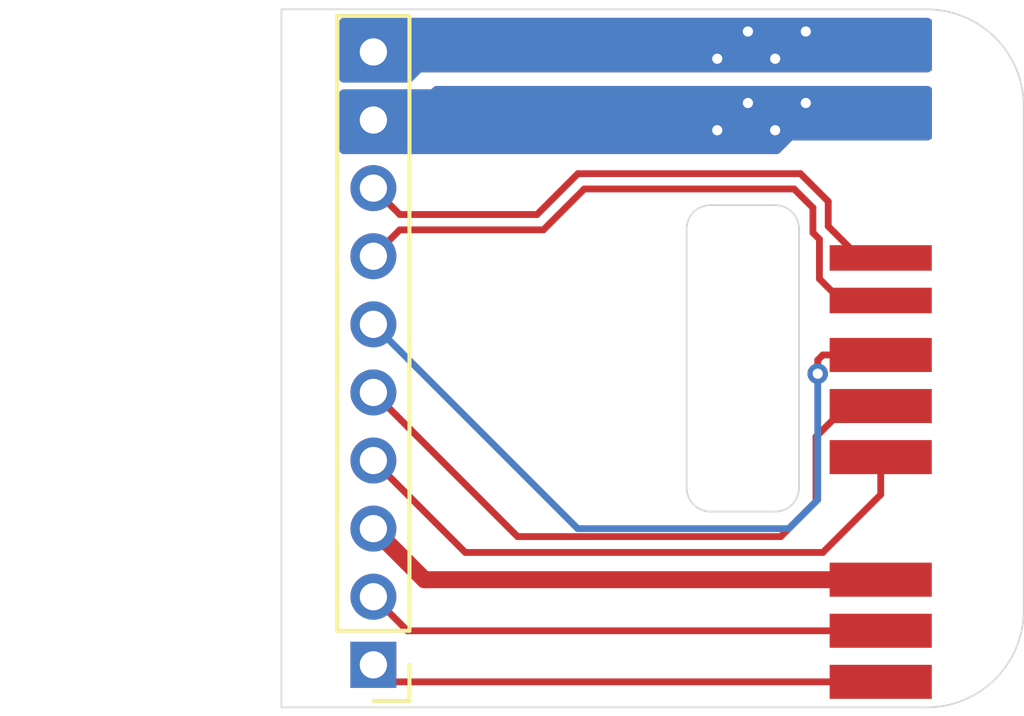
<source format=kicad_pcb>
(kicad_pcb (version 20171130) (host pcbnew 5.1.4+dfsg1-1)

  (general
    (thickness 1.6)
    (drawings 17)
    (tracks 52)
    (zones 0)
    (modules 11)
    (nets 11)
  )

  (page A4)
  (layers
    (0 F.Cu signal)
    (31 B.Cu signal)
    (32 B.Adhes user)
    (33 F.Adhes user)
    (34 B.Paste user)
    (35 F.Paste user)
    (36 B.SilkS user)
    (37 F.SilkS user)
    (38 B.Mask user)
    (39 F.Mask user)
    (40 Dwgs.User user)
    (41 Cmts.User user)
    (42 Eco1.User user)
    (43 Eco2.User user)
    (44 Edge.Cuts user)
    (45 Margin user)
    (46 B.CrtYd user)
    (47 F.CrtYd user)
    (48 B.Fab user hide)
    (49 F.Fab user hide)
  )

  (setup
    (last_trace_width 0.2)
    (user_trace_width 0.2)
    (user_trace_width 0.2)
    (user_trace_width 0.5)
    (trace_clearance 0.2)
    (zone_clearance 0)
    (zone_45_only no)
    (trace_min 0.2)
    (via_size 0.8)
    (via_drill 0.4)
    (via_min_size 0.4)
    (via_min_drill 0.3)
    (user_via 0.6 0.3)
    (uvia_size 0.3)
    (uvia_drill 0.1)
    (uvias_allowed no)
    (uvia_min_size 0.2)
    (uvia_min_drill 0.1)
    (edge_width 0.05)
    (segment_width 0.2)
    (pcb_text_width 0.3)
    (pcb_text_size 1.5 1.5)
    (mod_edge_width 0.12)
    (mod_text_size 1 1)
    (mod_text_width 0.15)
    (pad_size 1.524 1.524)
    (pad_drill 0.762)
    (pad_to_mask_clearance 0)
    (aux_axis_origin 0 0)
    (visible_elements FFFFFF7F)
    (pcbplotparams
      (layerselection 0x010fc_ffffffff)
      (usegerberextensions true)
      (usegerberattributes false)
      (usegerberadvancedattributes false)
      (creategerberjobfile false)
      (excludeedgelayer true)
      (linewidth 0.100000)
      (plotframeref false)
      (viasonmask false)
      (mode 1)
      (useauxorigin false)
      (hpglpennumber 1)
      (hpglpenspeed 20)
      (hpglpendiameter 15.000000)
      (psnegative false)
      (psa4output false)
      (plotreference true)
      (plotvalue true)
      (plotinvisibletext false)
      (padsonsilk false)
      (subtractmaskfromsilk false)
      (outputformat 1)
      (mirror false)
      (drillshape 0)
      (scaleselection 1)
      (outputdirectory "gerber/"))
  )

  (net 0 "")
  (net 1 GND)
  (net 2 SW2)
  (net 3 SW1)
  (net 4 +3V3)
  (net 5 INT_N)
  (net 6 SDA)
  (net 7 SCL)
  (net 8 USB_N)
  (net 9 USB_P)
  (net 10 VBUS)

  (net_class Default "This is the default net class."
    (clearance 0.2)
    (trace_width 0.25)
    (via_dia 0.8)
    (via_drill 0.4)
    (uvia_dia 0.3)
    (uvia_drill 0.1)
    (add_net +3V3)
    (add_net GND)
    (add_net INT_N)
    (add_net SCL)
    (add_net SDA)
    (add_net SW1)
    (add_net SW2)
    (add_net USB_N)
    (add_net USB_P)
    (add_net VBUS)
  )

  (module otter:pad_1_2 (layer F.Cu) (tedit 5E94B127) (tstamp 5E950CF9)
    (at 105.9 110 90)
    (path /5E9548E3)
    (fp_text reference J11 (at 0 3.9 90) (layer F.SilkS) hide
      (effects (font (size 1 1) (thickness 0.15)))
    )
    (fp_text value Conn_01x01 (at 0 2.9 90) (layer F.Fab)
      (effects (font (size 1 1) (thickness 0.15)))
    )
    (pad 1 smd rect (at 0 0 90) (size 1 3) (layers F.Cu F.Paste F.Mask)
      (net 2 SW2))
  )

  (module otter:pad_1_2 (layer F.Cu) (tedit 5E94B127) (tstamp 5E950B52)
    (at 105.9 108.5 90)
    (path /5E9548DD)
    (fp_text reference J10 (at 0 3.9 90) (layer F.SilkS) hide
      (effects (font (size 1 1) (thickness 0.15)))
    )
    (fp_text value Conn_01x01 (at 0 2.9 90) (layer F.Fab)
      (effects (font (size 1 1) (thickness 0.15)))
    )
    (pad 1 smd rect (at 0 0 90) (size 1 3) (layers F.Cu F.Paste F.Mask)
      (net 3 SW1))
  )

  (module otter:pad_1_2 (layer F.Cu) (tedit 5E94B127) (tstamp 5E950B4D)
    (at 105.9 107 90)
    (path /5E95441B)
    (fp_text reference J9 (at 0 3.9 90) (layer F.SilkS) hide
      (effects (font (size 1 1) (thickness 0.15)))
    )
    (fp_text value Conn_01x01 (at 0 2.9 90) (layer F.Fab)
      (effects (font (size 1 1) (thickness 0.15)))
    )
    (pad 1 smd rect (at 0 0 90) (size 1 3) (layers F.Cu F.Paste F.Mask)
      (net 4 +3V3))
  )

  (module otter:pad_1_2 (layer F.Cu) (tedit 5E94B127) (tstamp 5E950B48)
    (at 105.9 103.4 90)
    (path /5E954415)
    (fp_text reference J8 (at 0 3.9 90) (layer F.SilkS) hide
      (effects (font (size 1 1) (thickness 0.15)))
    )
    (fp_text value Conn_01x01 (at 0 2.9 90) (layer F.Fab)
      (effects (font (size 1 1) (thickness 0.15)))
    )
    (pad 1 smd rect (at 0 0 90) (size 1 3) (layers F.Cu F.Paste F.Mask)
      (net 5 INT_N))
  )

  (module otter:pad_1_2 (layer F.Cu) (tedit 5E94B127) (tstamp 5E950B43)
    (at 105.9 101.9 90)
    (path /5E95354B)
    (fp_text reference J7 (at 0 3.9 90) (layer F.SilkS) hide
      (effects (font (size 1 1) (thickness 0.15)))
    )
    (fp_text value Conn_01x01 (at 0 2.9 90) (layer F.Fab)
      (effects (font (size 1 1) (thickness 0.15)))
    )
    (pad 1 smd rect (at 0 0 90) (size 1 3) (layers F.Cu F.Paste F.Mask)
      (net 6 SDA))
  )

  (module otter:pad_1_2 (layer F.Cu) (tedit 5E94B127) (tstamp 5E950B3E)
    (at 105.9 100.4 90)
    (path /5E953545)
    (fp_text reference J6 (at 0 3.9 90) (layer F.SilkS) hide
      (effects (font (size 1 1) (thickness 0.15)))
    )
    (fp_text value Conn_01x01 (at 0 2.9 90) (layer F.Fab)
      (effects (font (size 1 1) (thickness 0.15)))
    )
    (pad 1 smd rect (at 0 0 90) (size 1 3) (layers F.Cu F.Paste F.Mask)
      (net 7 SCL))
  )

  (module otter:pad_0.75_3 (layer F.Cu) (tedit 5E94B374) (tstamp 5E950B39)
    (at 105.9 98.8 90)
    (path /5E9533A1)
    (fp_text reference J5 (at 0 3.7 90) (layer F.SilkS) hide
      (effects (font (size 1 1) (thickness 0.15)))
    )
    (fp_text value Conn_01x01 (at 0 2.7 90) (layer F.Fab)
      (effects (font (size 1 1) (thickness 0.15)))
    )
    (pad 1 smd rect (at 0 0 90) (size 0.75 3) (layers F.Cu F.Paste F.Mask)
      (net 8 USB_N))
  )

  (module otter:pad_0.75_3 (layer F.Cu) (tedit 5E94B374) (tstamp 5E950B34)
    (at 105.9 97.55 90)
    (path /5E95339B)
    (fp_text reference J4 (at 0 3.7 90) (layer F.SilkS) hide
      (effects (font (size 1 1) (thickness 0.15)))
    )
    (fp_text value Conn_01x01 (at 0 2.7 90) (layer F.Fab)
      (effects (font (size 1 1) (thickness 0.15)))
    )
    (pad 1 smd rect (at 0 0 90) (size 0.75 3) (layers F.Cu F.Paste F.Mask)
      (net 9 USB_P))
  )

  (module otter:pad_1.5_3 (layer F.Cu) (tedit 5E94B382) (tstamp 5E950B2F)
    (at 105.9 93.3 90)
    (path /5E952BD5)
    (fp_text reference J3 (at 0 3.7 90) (layer F.SilkS) hide
      (effects (font (size 1 1) (thickness 0.15)))
    )
    (fp_text value Conn_01x01 (at 0 2.7 90) (layer F.Fab)
      (effects (font (size 1 1) (thickness 0.15)))
    )
    (pad 1 smd rect (at 0 0 90) (size 1.5 3) (layers F.Cu F.Paste F.Mask)
      (net 10 VBUS))
  )

  (module otter:pad_1.5_3 (layer F.Cu) (tedit 5E94B382) (tstamp 5E950B2A)
    (at 105.9 91.3 90)
    (path /5E9524DB)
    (fp_text reference J2 (at 0 3.7 90) (layer F.SilkS) hide
      (effects (font (size 1 1) (thickness 0.15)))
    )
    (fp_text value Conn_01x01 (at 0 2.7 90) (layer F.Fab)
      (effects (font (size 1 1) (thickness 0.15)))
    )
    (pad 1 smd rect (at 0 0 90) (size 1.5 3) (layers F.Cu F.Paste F.Mask)
      (net 1 GND))
  )

  (module Connector_PinHeader_2.00mm:PinHeader_1x10_P2.00mm_Vertical (layer F.Cu) (tedit 5E94A31C) (tstamp 5E94A24E)
    (at 91 100.5 180)
    (descr "Through hole straight pin header, 1x10, 2.00mm pitch, single row")
    (tags "Through hole pin header THT 1x10 2.00mm single row")
    (path /5E94B1B6)
    (fp_text reference J1 (at 0 -11.06 180) (layer F.SilkS) hide
      (effects (font (size 1 1) (thickness 0.15)))
    )
    (fp_text value Conn_01x10 (at 0 11.06 180) (layer F.Fab)
      (effects (font (size 1 1) (thickness 0.15)))
    )
    (fp_text user %R (at 0 0 270) (layer F.Fab)
      (effects (font (size 1 1) (thickness 0.15)))
    )
    (fp_line (start 1.5 -10.5) (end -1.5 -10.5) (layer F.CrtYd) (width 0.05))
    (fp_line (start 1.5 10.5) (end 1.5 -10.5) (layer F.CrtYd) (width 0.05))
    (fp_line (start -1.5 10.5) (end 1.5 10.5) (layer F.CrtYd) (width 0.05))
    (fp_line (start -1.5 -10.5) (end -1.5 10.5) (layer F.CrtYd) (width 0.05))
    (fp_line (start -1.06 -10.06) (end 0 -10.06) (layer F.SilkS) (width 0.12))
    (fp_line (start -1.06 -9) (end -1.06 -10.06) (layer F.SilkS) (width 0.12))
    (fp_line (start -1.06 -8) (end 1.06 -8) (layer F.SilkS) (width 0.12))
    (fp_line (start 1.06 -8) (end 1.06 10.06) (layer F.SilkS) (width 0.12))
    (fp_line (start -1.06 -8) (end -1.06 10.06) (layer F.SilkS) (width 0.12))
    (fp_line (start -1.06 10.06) (end 1.06 10.06) (layer F.SilkS) (width 0.12))
    (fp_line (start -1 -9.5) (end -0.5 -10) (layer F.Fab) (width 0.1))
    (fp_line (start -1 10) (end -1 -9.5) (layer F.Fab) (width 0.1))
    (fp_line (start 1 10) (end -1 10) (layer F.Fab) (width 0.1))
    (fp_line (start 1 -10) (end 1 10) (layer F.Fab) (width 0.1))
    (fp_line (start -0.5 -10) (end 1 -10) (layer F.Fab) (width 0.1))
    (pad 10 thru_hole oval (at 0 9 180) (size 1.35 1.35) (drill 0.8) (layers *.Cu *.Mask)
      (net 1 GND))
    (pad 9 thru_hole oval (at 0 7 180) (size 1.35 1.35) (drill 0.8) (layers *.Cu *.Mask)
      (net 10 VBUS))
    (pad 8 thru_hole oval (at 0 5 180) (size 1.35 1.35) (drill 0.8) (layers *.Cu *.Mask)
      (net 9 USB_P))
    (pad 7 thru_hole oval (at 0 3 180) (size 1.35 1.35) (drill 0.8) (layers *.Cu *.Mask)
      (net 8 USB_N))
    (pad 6 thru_hole oval (at 0 1 180) (size 1.35 1.35) (drill 0.8) (layers *.Cu *.Mask)
      (net 7 SCL))
    (pad 5 thru_hole oval (at 0 -1 180) (size 1.35 1.35) (drill 0.8) (layers *.Cu *.Mask)
      (net 6 SDA))
    (pad 4 thru_hole oval (at 0 -3 180) (size 1.35 1.35) (drill 0.8) (layers *.Cu *.Mask)
      (net 5 INT_N))
    (pad 3 thru_hole oval (at 0 -5 180) (size 1.35 1.35) (drill 0.8) (layers *.Cu *.Mask)
      (net 4 +3V3))
    (pad 2 thru_hole oval (at 0 -7 180) (size 1.35 1.35) (drill 0.8) (layers *.Cu *.Mask)
      (net 3 SW1))
    (pad 1 thru_hole rect (at 0 -9 180) (size 1.35 1.35) (drill 0.8) (layers *.Cu *.Mask)
      (net 2 SW2))
  )

  (dimension 20.5 (width 0.15) (layer Dwgs.User)
    (gr_text "20,500 mm" (at 83.700001 100.5 270) (layer Dwgs.User)
      (effects (font (size 1 1) (thickness 0.15)))
    )
    (feature1 (pts (xy 88.3 110.75) (xy 84.41358 110.75)))
    (feature2 (pts (xy 88.3 90.25) (xy 84.41358 90.25)))
    (crossbar (pts (xy 85.000001 90.25) (xy 85.000001 110.75)))
    (arrow1a (pts (xy 85.000001 110.75) (xy 84.41358 109.623496)))
    (arrow1b (pts (xy 85.000001 110.75) (xy 85.586422 109.623496)))
    (arrow2a (pts (xy 85.000001 90.25) (xy 84.41358 91.376504)))
    (arrow2b (pts (xy 85.000001 90.25) (xy 85.586422 91.376504)))
  )
  (gr_line (start 88.3 90.25) (end 88.3 110.75) (layer Edge.Cuts) (width 0.05))
  (gr_line (start 105.1 90.4) (end 105.1 110.6) (layer Eco1.User) (width 0.15))
  (gr_arc (start 100.9 96.7) (end 100.9 96) (angle -90) (layer Edge.Cuts) (width 0.05) (tstamp 5E94B09A))
  (gr_arc (start 102.8 96.7) (end 103.5 96.7) (angle -90) (layer Edge.Cuts) (width 0.05) (tstamp 5E94B09A))
  (gr_arc (start 100.9 104.3) (end 100.2 104.3) (angle -90) (layer Edge.Cuts) (width 0.05) (tstamp 5E94B09A))
  (gr_arc (start 102.8 104.3) (end 102.8 105) (angle -90) (layer Edge.Cuts) (width 0.05))
  (gr_line (start 103.5 104.3) (end 103.5 100.5) (layer Edge.Cuts) (width 0.05))
  (gr_line (start 100.9 105) (end 102.8 105) (layer Edge.Cuts) (width 0.05))
  (gr_line (start 100.2 96.7) (end 100.2 104.3) (layer Edge.Cuts) (width 0.05))
  (gr_line (start 102.8 96) (end 100.9 96) (layer Edge.Cuts) (width 0.05))
  (gr_line (start 103.5 100.5) (end 103.5 96.7) (layer Edge.Cuts) (width 0.05))
  (gr_arc (start 107.25 107.9) (end 107.25 110.75) (angle -90) (layer Edge.Cuts) (width 0.05) (tstamp 5E939FC4))
  (gr_arc (start 107.25 93.1) (end 110.1 93.1) (angle -90) (layer Edge.Cuts) (width 0.05) (tstamp 5E939FC4))
  (gr_line (start 107.25 90.25) (end 88.3 90.25) (layer Edge.Cuts) (width 0.05))
  (gr_line (start 88.3 110.75) (end 107.25 110.75) (layer Edge.Cuts) (width 0.05))
  (gr_line (start 110.1 107.9) (end 110.1 93.1) (layer Edge.Cuts) (width 0.05) (tstamp 5E5C5B3B))

  (via (at 102 90.9) (size 0.6) (drill 0.3) (layers F.Cu B.Cu) (net 1) (tstamp 5E950E86))
  (via (at 101.1 91.7) (size 0.6) (drill 0.3) (layers F.Cu B.Cu) (net 1) (tstamp 5E950E87))
  (via (at 102 93) (size 0.6) (drill 0.3) (layers F.Cu B.Cu) (net 10) (tstamp 5E950E8C))
  (via (at 101.1 93.8) (size 0.6) (drill 0.3) (layers F.Cu B.Cu) (net 10) (tstamp 5E950E8F))
  (via (at 103.7 93) (size 0.6) (drill 0.3) (layers F.Cu B.Cu) (net 10) (tstamp 5E950E8D))
  (via (at 102.8 93.8) (size 0.6) (drill 0.3) (layers F.Cu B.Cu) (net 10) (tstamp 5E950E8E))
  (via (at 103.7 90.9) (size 0.6) (drill 0.3) (layers F.Cu B.Cu) (net 1))
  (via (at 102.8 91.7) (size 0.6) (drill 0.3) (layers F.Cu B.Cu) (net 1))
  (segment (start 91.5 110) (end 91 109.5) (width 0.2) (layer F.Cu) (net 2))
  (segment (start 105.9 110) (end 91.5 110) (width 0.2) (layer F.Cu) (net 2))
  (segment (start 92 108.5) (end 91 107.5) (width 0.2) (layer F.Cu) (net 3))
  (segment (start 105.9 108.5) (end 92 108.5) (width 0.2) (layer F.Cu) (net 3))
  (segment (start 92.5 107) (end 91 105.5) (width 0.5) (layer F.Cu) (net 4))
  (segment (start 105.9 107) (end 92.5 107) (width 0.5) (layer F.Cu) (net 4))
  (segment (start 93.7 106.2) (end 91.674999 104.174999) (width 0.2) (layer F.Cu) (net 5))
  (segment (start 104.2 106.2) (end 93.7 106.2) (width 0.2) (layer F.Cu) (net 5))
  (segment (start 105.9 103.4) (end 105.9 104.5) (width 0.2) (layer F.Cu) (net 5))
  (segment (start 91.674999 104.174999) (end 91 103.5) (width 0.2) (layer F.Cu) (net 5))
  (segment (start 105.9 104.5) (end 104.2 106.2) (width 0.2) (layer F.Cu) (net 5))
  (segment (start 104.9 101.9) (end 104 102.8) (width 0.2) (layer F.Cu) (net 6))
  (segment (start 105.9 101.9) (end 104.9 101.9) (width 0.2) (layer F.Cu) (net 6))
  (segment (start 104 102.8) (end 104 104.7) (width 0.2) (layer F.Cu) (net 6))
  (segment (start 91.674999 102.174999) (end 91 101.5) (width 0.2) (layer F.Cu) (net 6))
  (segment (start 95.23367 105.73367) (end 91.674999 102.174999) (width 0.2) (layer F.Cu) (net 6))
  (segment (start 102.966329 105.73367) (end 95.23367 105.73367) (width 0.2) (layer F.Cu) (net 6))
  (segment (start 104 104.7) (end 102.966329 105.73367) (width 0.2) (layer F.Cu) (net 6))
  (via (at 104.05 100.95) (size 0.6) (drill 0.3) (layers F.Cu B.Cu) (net 7))
  (segment (start 104.05 100.55) (end 104.05 100.95) (width 0.2) (layer F.Cu) (net 7))
  (segment (start 105.9 100.4) (end 104.2 100.4) (width 0.2) (layer F.Cu) (net 7))
  (segment (start 104.2 100.4) (end 104.05 100.55) (width 0.2) (layer F.Cu) (net 7))
  (segment (start 103.2 105.5) (end 97 105.5) (width 0.2) (layer B.Cu) (net 7))
  (segment (start 97 105.5) (end 91 99.5) (width 0.2) (layer B.Cu) (net 7))
  (segment (start 104.05 100.95) (end 104.05 104.65) (width 0.2) (layer B.Cu) (net 7))
  (segment (start 104.05 104.65) (end 103.2 105.5) (width 0.2) (layer B.Cu) (net 7))
  (segment (start 104.734998 98.8) (end 105.9 98.8) (width 0.2) (layer F.Cu) (net 8))
  (segment (start 104.099999 98.165001) (end 104.734998 98.8) (width 0.2) (layer F.Cu) (net 8))
  (segment (start 104.099999 96.999999) (end 104.099999 98.165001) (width 0.2) (layer F.Cu) (net 8))
  (segment (start 103.908814 96.808814) (end 104.099999 96.999999) (width 0.2) (layer F.Cu) (net 8))
  (segment (start 91.775 96.725) (end 95.9932 96.725) (width 0.2) (layer F.Cu) (net 8))
  (segment (start 95.9932 96.725) (end 97.1932 95.525) (width 0.2) (layer F.Cu) (net 8))
  (segment (start 103.908814 96.077014) (end 103.908814 96.808814) (width 0.2) (layer F.Cu) (net 8))
  (segment (start 91 97.5) (end 91.775 96.725) (width 0.2) (layer F.Cu) (net 8))
  (segment (start 97.1932 95.525) (end 103.3568 95.525) (width 0.2) (layer F.Cu) (net 8))
  (segment (start 103.3568 95.525) (end 103.908814 96.077014) (width 0.2) (layer F.Cu) (net 8))
  (segment (start 91.775 96.275) (end 95.8068 96.275) (width 0.2) (layer F.Cu) (net 9))
  (segment (start 95.8068 96.275) (end 97.0068 95.075) (width 0.2) (layer F.Cu) (net 9))
  (segment (start 91 95.5) (end 91.775 96.275) (width 0.2) (layer F.Cu) (net 9))
  (segment (start 97.0068 95.075) (end 103.5432 95.075) (width 0.2) (layer F.Cu) (net 9))
  (segment (start 103.5432 95.075) (end 104.358814 95.890614) (width 0.2) (layer F.Cu) (net 9))
  (segment (start 104.358814 96.622417) (end 105.286397 97.55) (width 0.2) (layer F.Cu) (net 9))
  (segment (start 105.286397 97.55) (end 105.9 97.55) (width 0.2) (layer F.Cu) (net 9))
  (segment (start 104.358814 95.890614) (end 104.358814 96.622417) (width 0.2) (layer F.Cu) (net 9))

  (zone (net 1) (net_name GND) (layer F.Cu) (tstamp 0) (hatch edge 0.508)
    (connect_pads yes (clearance 0))
    (min_thickness 0.254)
    (fill yes (arc_segments 32) (thermal_gap 0.508) (thermal_bridge_width 0.508))
    (polygon
      (pts
        (xy 107.4 92.1) (xy 107.4 90.5) (xy 90 90.5) (xy 90 92.4) (xy 92.1 92.4)
        (xy 92.4 92.1) (xy 92.5 92.1)
      )
    )
    (filled_polygon
      (pts
        (xy 107.273 91.973) (xy 92.4 91.973) (xy 92.375224 91.97544) (xy 92.351399 91.982667) (xy 92.329443 91.994403)
        (xy 92.310197 92.010197) (xy 92.047394 92.273) (xy 90.127 92.273) (xy 90.127 90.627) (xy 107.273 90.627)
      )
    )
  )
  (zone (net 10) (net_name VBUS) (layer F.Cu) (tstamp 0) (hatch edge 0.508)
    (priority 1)
    (connect_pads yes (clearance 0))
    (min_thickness 0.254)
    (fill yes (arc_segments 32) (thermal_gap 0.508) (thermal_bridge_width 0.508))
    (polygon
      (pts
        (xy 107.4 94.1) (xy 107.4 92.5) (xy 103.7 92.5) (xy 92.8 92.5) (xy 92.7 92.6)
        (xy 90 92.6) (xy 90 94.5) (xy 92.1 94.5) (xy 102.9 94.5) (xy 103.3 94.1)
      )
    )
    (filled_polygon
      (pts
        (xy 107.273 93.973) (xy 103.3 93.973) (xy 103.275224 93.97544) (xy 103.251399 93.982667) (xy 103.229443 93.994403)
        (xy 103.210197 94.010197) (xy 102.847394 94.373) (xy 90.127 94.373) (xy 90.127 92.727) (xy 92.7 92.727)
        (xy 92.724776 92.72456) (xy 92.748601 92.717333) (xy 92.770557 92.705597) (xy 92.789803 92.689803) (xy 92.852606 92.627)
        (xy 107.273 92.627)
      )
    )
  )
  (zone (net 10) (net_name VBUS) (layer B.Cu) (tstamp 5E950D9C) (hatch edge 0.508)
    (priority 1)
    (connect_pads yes (clearance 0))
    (min_thickness 0.254)
    (fill yes (arc_segments 32) (thermal_gap 0.508) (thermal_bridge_width 0.508))
    (polygon
      (pts
        (xy 107.4 94.1) (xy 107.4 92.5) (xy 103.7 92.5) (xy 92.8 92.5) (xy 92.7 92.6)
        (xy 90 92.6) (xy 90 94.5) (xy 92.1 94.5) (xy 102.9 94.5) (xy 103.3 94.1)
      )
    )
    (filled_polygon
      (pts
        (xy 107.273 93.973) (xy 103.3 93.973) (xy 103.275224 93.97544) (xy 103.251399 93.982667) (xy 103.229443 93.994403)
        (xy 103.210197 94.010197) (xy 102.847394 94.373) (xy 90.127 94.373) (xy 90.127 92.727) (xy 92.7 92.727)
        (xy 92.724776 92.72456) (xy 92.748601 92.717333) (xy 92.770557 92.705597) (xy 92.789803 92.689803) (xy 92.852606 92.627)
        (xy 107.273 92.627)
      )
    )
  )
  (zone (net 1) (net_name GND) (layer B.Cu) (tstamp 5E950DA4) (hatch edge 0.508)
    (connect_pads yes (clearance 0))
    (min_thickness 0.254)
    (fill yes (arc_segments 32) (thermal_gap 0.508) (thermal_bridge_width 0.508))
    (polygon
      (pts
        (xy 107.4 92.1) (xy 107.4 90.5) (xy 90 90.5) (xy 90 92.4) (xy 92.1 92.4)
        (xy 92.4 92.1) (xy 92.5 92.1)
      )
    )
    (filled_polygon
      (pts
        (xy 107.273 91.973) (xy 92.4 91.973) (xy 92.375224 91.97544) (xy 92.351399 91.982667) (xy 92.329443 91.994403)
        (xy 92.310197 92.010197) (xy 92.047394 92.273) (xy 90.127 92.273) (xy 90.127 90.627) (xy 107.273 90.627)
      )
    )
  )
)

</source>
